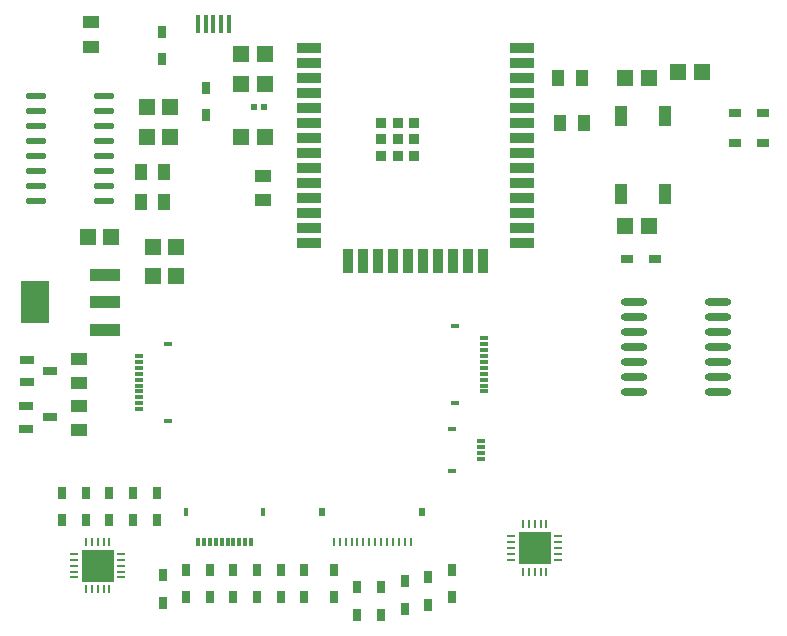
<source format=gbr>
%TF.GenerationSoftware,KiCad,Pcbnew,8.0.4*%
%TF.CreationDate,2025-01-08T21:09:23+00:00*%
%TF.ProjectId,esp32-c,65737033-322d-4632-9e6b-696361645f70,rev?*%
%TF.SameCoordinates,Original*%
%TF.FileFunction,Paste,Top*%
%TF.FilePolarity,Positive*%
%FSLAX46Y46*%
G04 Gerber Fmt 4.6, Leading zero omitted, Abs format (unit mm)*
G04 Created by KiCad (PCBNEW 8.0.4) date 2025-01-08 21:09:23*
%MOMM*%
%LPD*%
G01*
G04 APERTURE LIST*
%ADD10R,2.700000X2.700000*%
%ADD11R,0.280010X0.800000*%
%ADD12R,0.800000X0.280010*%
%ADD13R,0.750013X1.000000*%
%ADD14R,1.410008X1.350013*%
%ADD15R,0.800000X0.450013*%
%ADD16R,0.800000X0.300000*%
%ADD17R,1.000000X0.750013*%
%ADD18R,0.400000X0.800000*%
%ADD19R,0.300000X0.800000*%
%ADD20O,1.745009X0.559995*%
%ADD21R,1.250013X0.700000*%
%ADD22R,1.132537X1.377013*%
%ADD23R,0.800000X0.400000*%
%ADD24R,0.900000X0.900000*%
%ADD25R,2.100000X0.950013*%
%ADD26R,0.950013X2.100000*%
%ADD27R,0.400000X1.600000*%
%ADD28R,1.000000X1.700000*%
%ADD29R,0.565659X0.540005*%
%ADD30R,1.377013X1.132537*%
%ADD31R,0.250013X0.800000*%
%ADD32R,0.600000X0.800000*%
%ADD33O,2.231013X0.602007*%
%ADD34R,1.399543X1.000000*%
%ADD35R,2.340005X3.600000*%
%ADD36R,2.500000X1.100000*%
G04 APERTURE END LIST*
D10*
%TO.C,U4*%
X112000000Y-128500000D03*
D11*
X113000000Y-130500000D03*
X112499873Y-130500000D03*
X112000000Y-130500000D03*
X111499873Y-130500000D03*
X111000000Y-130500000D03*
D12*
X110000000Y-129500000D03*
X110000000Y-128999873D03*
X110000000Y-128500000D03*
X110000000Y-127999873D03*
X110000000Y-127500000D03*
D11*
X111000000Y-126500000D03*
X111499873Y-126500000D03*
X112000000Y-126500000D03*
X112499873Y-126500000D03*
X113000000Y-126500000D03*
D12*
X114000000Y-127500000D03*
X114000000Y-127999873D03*
X114000000Y-128500000D03*
X114000000Y-128999873D03*
X114000000Y-129500000D03*
%TD*%
D13*
%TO.C,D24*%
X117000000Y-122327407D03*
X117000000Y-124672593D03*
%TD*%
%TO.C,D25*%
X125500000Y-128827407D03*
X125500000Y-131172593D03*
%TD*%
D10*
%TO.C,U1*%
X149000000Y-127000000D03*
D12*
X151000000Y-126000000D03*
X151000000Y-126500127D03*
X151000000Y-127000000D03*
X151000000Y-127500127D03*
X151000000Y-128000000D03*
D11*
X150000000Y-129000000D03*
X149499873Y-129000000D03*
X149000000Y-129000000D03*
X148499873Y-129000000D03*
X148000000Y-129000000D03*
D12*
X147000000Y-128000000D03*
X147000000Y-127500127D03*
X147000000Y-127000000D03*
X147000000Y-126500127D03*
X147000000Y-126000000D03*
D11*
X148000000Y-125000000D03*
X148499873Y-125000000D03*
X149000000Y-125000000D03*
X149499873Y-125000000D03*
X150000000Y-125000000D03*
%TD*%
D14*
%TO.C,C11*%
X126154814Y-85209652D03*
X124154814Y-85209652D03*
%TD*%
%TO.C,C1*%
X111154814Y-100709652D03*
X113154814Y-100709652D03*
%TD*%
D13*
%TO.C,D10*%
X138000000Y-129827407D03*
X138000000Y-132172593D03*
%TD*%
D15*
%TO.C,U7*%
X142000000Y-116950088D03*
X142000000Y-120500000D03*
D16*
X144495046Y-119474853D03*
X144495046Y-118974980D03*
X144495046Y-118474853D03*
X144495046Y-117974980D03*
%TD*%
D13*
%TO.C,D27*%
X121500000Y-128827407D03*
X121500000Y-131172593D03*
%TD*%
%TO.C,D20*%
X127500000Y-128827407D03*
X127500000Y-131172593D03*
%TD*%
%TO.C,D5*%
X111000000Y-122327407D03*
X111000000Y-124672593D03*
%TD*%
D17*
%TO.C,D21*%
X168327407Y-92709652D03*
X165982221Y-92709652D03*
%TD*%
D13*
%TO.C,D6*%
X109000000Y-122327407D03*
X109000000Y-124672593D03*
%TD*%
D14*
%TO.C,C9*%
X116654814Y-101500000D03*
X118654814Y-101500000D03*
%TD*%
D18*
%TO.C,U10*%
X126000128Y-123999872D03*
X119500000Y-123999872D03*
D19*
X120500000Y-126500000D03*
X121000128Y-126500000D03*
X121500000Y-126500000D03*
X122000128Y-126500000D03*
X122500000Y-126500000D03*
X123000128Y-126500000D03*
X123500000Y-126500000D03*
X124000128Y-126500000D03*
X124500000Y-126500000D03*
X125000128Y-126500000D03*
%TD*%
D20*
%TO.C,U2*%
X106782322Y-97654661D03*
X106782322Y-96384658D03*
X106782322Y-95114656D03*
X106782322Y-93844653D03*
X106782322Y-92574651D03*
X106782322Y-91304648D03*
X106782322Y-90034646D03*
X106782322Y-88764643D03*
X112527306Y-88764643D03*
X112527306Y-90034646D03*
X112527306Y-91304648D03*
X112527306Y-92574651D03*
X112527306Y-93844653D03*
X112527306Y-95114656D03*
X112527306Y-96384658D03*
X112527306Y-97654661D03*
%TD*%
D21*
%TO.C,U8*%
X107949962Y-115949962D03*
X105949962Y-116899924D03*
X105949962Y-115000000D03*
%TD*%
D22*
%TO.C,R5*%
X153000000Y-87209652D03*
X151000000Y-87209652D03*
%TD*%
D14*
%TO.C,C12*%
X116154814Y-89709652D03*
X118154814Y-89709652D03*
%TD*%
D23*
%TO.C,U6*%
X118000128Y-116250064D03*
X118000128Y-109749936D03*
D16*
X115500000Y-110749936D03*
X115500000Y-111250064D03*
X115500000Y-111749936D03*
X115500000Y-112250064D03*
X115500000Y-112749936D03*
X115500000Y-113250064D03*
X115500000Y-113749936D03*
X115500000Y-114250064D03*
X115500000Y-114749936D03*
X115500000Y-115250064D03*
%TD*%
D13*
%TO.C,D2*%
X117419477Y-83277089D03*
X117419477Y-85622275D03*
%TD*%
D14*
%TO.C,C8*%
X126154814Y-87709652D03*
X124154814Y-87709652D03*
%TD*%
D24*
%TO.C,U12*%
X136019299Y-93790678D03*
X137419350Y-93790678D03*
X138819401Y-93790678D03*
X136019299Y-92390627D03*
X137419096Y-92390627D03*
X138819401Y-92390627D03*
X136019299Y-90990577D03*
X137419350Y-90990577D03*
X138819401Y-90990577D03*
D25*
X147919477Y-84709652D03*
X147919477Y-85979655D03*
X147919477Y-87249657D03*
X147919477Y-88519660D03*
X147919477Y-89789662D03*
X147919477Y-91059665D03*
X147919477Y-92329667D03*
X147919477Y-93599670D03*
X147919477Y-94869672D03*
X147919477Y-96139675D03*
X147919477Y-97409677D03*
X147919477Y-98679680D03*
X147919477Y-99949682D03*
X147919477Y-101219685D03*
D26*
X144634488Y-102714732D03*
X143364486Y-102714732D03*
X142094483Y-102714732D03*
X140824481Y-102714732D03*
X139554478Y-102714732D03*
X138284476Y-102714732D03*
X137014473Y-102714732D03*
X135744471Y-102714732D03*
X134474468Y-102714732D03*
X133204466Y-102714732D03*
D25*
X129919223Y-101219685D03*
X129919223Y-99949682D03*
X129919223Y-98679680D03*
X129919223Y-97409677D03*
X129919223Y-96139675D03*
X129919223Y-94869672D03*
X129919223Y-93599670D03*
X129919223Y-92329667D03*
X129919223Y-91059665D03*
X129919223Y-89789662D03*
X129919223Y-88519660D03*
X129919223Y-87249657D03*
X129919223Y-85979655D03*
X129919223Y-84709652D03*
%TD*%
D13*
%TO.C,D29*%
X117500000Y-129327407D03*
X117500000Y-131672593D03*
%TD*%
%TO.C,D11*%
X140000000Y-129500000D03*
X140000000Y-131845186D03*
%TD*%
D27*
%TO.C,USB1*%
X120494661Y-82642468D03*
X121144649Y-82642468D03*
X121794636Y-82642468D03*
X122444623Y-82642468D03*
X123094611Y-82642468D03*
%TD*%
D22*
%TO.C,R4*%
X153154814Y-91000000D03*
X151154814Y-91000000D03*
%TD*%
D28*
%TO.C,BOOT1*%
X160005005Y-90409677D03*
X160005030Y-97009627D03*
X156304598Y-90409677D03*
X156304623Y-97009627D03*
%TD*%
D17*
%TO.C,D13*%
X159172593Y-102500000D03*
X156827407Y-102500000D03*
%TD*%
D14*
%TO.C,C4*%
X161154814Y-86709652D03*
X163154814Y-86709652D03*
%TD*%
D29*
%TO.C,R7*%
X125221997Y-89709652D03*
X126087631Y-89709652D03*
%TD*%
D22*
%TO.C,R1*%
X115654814Y-97709652D03*
X117654814Y-97709652D03*
%TD*%
D30*
%TO.C,R9*%
X126000000Y-95500000D03*
X126000000Y-97500000D03*
%TD*%
%TO.C,R2*%
X110449962Y-111000000D03*
X110449962Y-113000000D03*
%TD*%
D13*
%TO.C,D9*%
X136000000Y-130327407D03*
X136000000Y-132672593D03*
%TD*%
%TO.C,D3*%
X115000000Y-122327407D03*
X115000000Y-124672593D03*
%TD*%
%TO.C,D26*%
X123500000Y-128827407D03*
X123500000Y-131172593D03*
%TD*%
%TO.C,D1*%
X129500000Y-128827407D03*
X129500000Y-131172593D03*
%TD*%
D30*
%TO.C,R3*%
X110449962Y-115000000D03*
X110449962Y-117000000D03*
%TD*%
D13*
%TO.C,D8*%
X134000000Y-130327407D03*
X134000000Y-132672593D03*
%TD*%
D31*
%TO.C,U13*%
X132000000Y-126500128D03*
X132500128Y-126500128D03*
X133000000Y-126500128D03*
X133500128Y-126500128D03*
X134000000Y-126500128D03*
X134500128Y-126500128D03*
X135000000Y-126500128D03*
X135500128Y-126500128D03*
X136000000Y-126500128D03*
X136500128Y-126500128D03*
X137000000Y-126500128D03*
X137500128Y-126500128D03*
X138000000Y-126500128D03*
X138500128Y-126500128D03*
D32*
X131000000Y-124000000D03*
X139500128Y-124000000D03*
%TD*%
D13*
%TO.C,D4*%
X113000000Y-122327407D03*
X113000000Y-124672593D03*
%TD*%
D33*
%TO.C,U5*%
X164565405Y-106189992D03*
X164565405Y-107459995D03*
X164565405Y-108729997D03*
X164565405Y-110000000D03*
X164565405Y-111270003D03*
X164565405Y-112540005D03*
X164565405Y-113810008D03*
X157434595Y-113810008D03*
X157434595Y-112540005D03*
X157434595Y-111270003D03*
X157434595Y-110000000D03*
X157434595Y-108729997D03*
X157434595Y-107459995D03*
X157434595Y-106189992D03*
%TD*%
D14*
%TO.C,C13*%
X124154814Y-92209652D03*
X126154814Y-92209652D03*
%TD*%
D23*
%TO.C,U11*%
X142249936Y-108249936D03*
X142249936Y-114750064D03*
D16*
X144750064Y-113750064D03*
X144750064Y-113249936D03*
X144750064Y-112750064D03*
X144750064Y-112249936D03*
X144750064Y-111750064D03*
X144750064Y-111249936D03*
X144750064Y-110750064D03*
X144750064Y-110249936D03*
X144750064Y-109750064D03*
X144750064Y-109249936D03*
%TD*%
D14*
%TO.C,C2*%
X158654814Y-87209652D03*
X156654814Y-87209652D03*
%TD*%
%TO.C,C6*%
X116654814Y-104000000D03*
X118654814Y-104000000D03*
%TD*%
D17*
%TO.C,D22*%
X168327407Y-90209652D03*
X165982221Y-90209652D03*
%TD*%
D14*
%TO.C,C10*%
X158654814Y-99709652D03*
X156654814Y-99709652D03*
%TD*%
D34*
%TO.C,LED1*%
X111419477Y-82449682D03*
X111419477Y-84550266D03*
%TD*%
D13*
%TO.C,D23*%
X121154814Y-88037059D03*
X121154814Y-90382245D03*
%TD*%
%TO.C,D28*%
X119500000Y-128827407D03*
X119500000Y-131172593D03*
%TD*%
D22*
%TO.C,R10*%
X115654814Y-95209652D03*
X117654814Y-95209652D03*
%TD*%
D14*
%TO.C,C5*%
X116154814Y-92209652D03*
X118154814Y-92209652D03*
%TD*%
D21*
%TO.C,U3*%
X108000000Y-112000000D03*
X106000000Y-112949962D03*
X106000000Y-111050038D03*
%TD*%
D13*
%TO.C,D7*%
X132000000Y-128827407D03*
X132000000Y-131172593D03*
%TD*%
D35*
%TO.C,U9*%
X106684837Y-106209652D03*
D36*
X112624766Y-103909677D03*
X112624766Y-106209652D03*
X112624766Y-108509627D03*
%TD*%
D13*
%TO.C,D12*%
X142000000Y-128827407D03*
X142000000Y-131172593D03*
%TD*%
M02*

</source>
